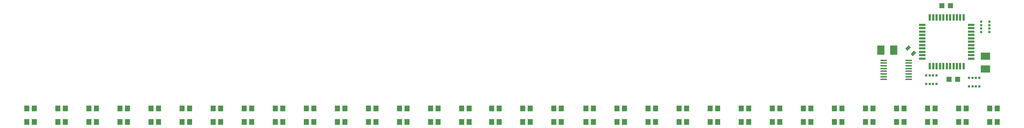
<source format=gtp>
G75*
G70*
%OFA0B0*%
%FSLAX24Y24*%
%IPPOS*%
%LPD*%
%AMOC8*
5,1,8,0,0,1.08239X$1,22.5*
%
%ADD10R,0.0900X0.0700*%
%ADD11R,0.0700X0.0900*%
%ADD12R,0.0220X0.0236*%
%ADD13R,0.0236X0.0220*%
%ADD14R,0.0472X0.0512*%
%ADD15R,0.0472X0.0551*%
%ADD16R,0.0591X0.0197*%
%ADD17R,0.0197X0.0591*%
%ADD18R,0.0630X0.0157*%
%ADD19R,0.0315X0.0472*%
D10*
X090945Y009286D03*
X090945Y010486D03*
D11*
X082385Y011066D03*
X081185Y011066D03*
D12*
X085413Y008681D03*
X085728Y008681D03*
X086043Y008681D03*
X086358Y008681D03*
X089413Y008461D03*
X089728Y008461D03*
X090043Y008461D03*
X090358Y008461D03*
X090358Y007671D03*
X090043Y007671D03*
X089728Y007671D03*
X089413Y007671D03*
X086358Y007891D03*
X086043Y007891D03*
X085728Y007891D03*
X085413Y007891D03*
D13*
X090530Y012764D03*
X090530Y013079D03*
X091320Y013079D03*
X091320Y012764D03*
X091320Y013394D03*
X091320Y013709D03*
X090530Y013709D03*
X090530Y013394D03*
D14*
X087685Y015206D03*
X086885Y015206D03*
X087535Y008336D03*
X088335Y008336D03*
D15*
X001451Y004317D03*
X002140Y004317D03*
X004351Y004317D03*
X005040Y004317D03*
X007251Y004317D03*
X007940Y004317D03*
X010151Y004317D03*
X010840Y004317D03*
X013051Y004317D03*
X013740Y004317D03*
X015951Y004317D03*
X016640Y004317D03*
X018851Y004317D03*
X019540Y004317D03*
X021751Y004317D03*
X022440Y004317D03*
X024651Y004317D03*
X025340Y004317D03*
X027551Y004317D03*
X028240Y004317D03*
X030451Y004317D03*
X031140Y004317D03*
X033351Y004317D03*
X034040Y004317D03*
X036251Y004317D03*
X036940Y004317D03*
X039151Y004317D03*
X039840Y004317D03*
X042051Y004317D03*
X042740Y004317D03*
X044851Y004317D03*
X045540Y004317D03*
X047751Y004317D03*
X048440Y004317D03*
X050651Y004317D03*
X051340Y004317D03*
X053651Y004317D03*
X054340Y004317D03*
X056551Y004317D03*
X057240Y004317D03*
X059451Y004317D03*
X060140Y004317D03*
X062351Y004317D03*
X063040Y004317D03*
X065251Y004317D03*
X065940Y004317D03*
X068151Y004317D03*
X068840Y004317D03*
X071051Y004327D03*
X071740Y004327D03*
X073951Y004317D03*
X074640Y004317D03*
X076851Y004317D03*
X077540Y004317D03*
X079751Y004317D03*
X080440Y004317D03*
X082651Y004317D03*
X083340Y004317D03*
X085551Y004317D03*
X086240Y004317D03*
X088451Y004317D03*
X089140Y004317D03*
X091351Y004317D03*
X092040Y004317D03*
X092040Y005576D03*
X091351Y005576D03*
X089140Y005576D03*
X088451Y005576D03*
X086240Y005576D03*
X085551Y005576D03*
X083340Y005576D03*
X082651Y005576D03*
X080440Y005576D03*
X079751Y005576D03*
X077540Y005576D03*
X076851Y005576D03*
X074640Y005576D03*
X073951Y005576D03*
X071740Y005586D03*
X071051Y005586D03*
X068840Y005576D03*
X068151Y005576D03*
X065940Y005576D03*
X065251Y005576D03*
X063040Y005576D03*
X062351Y005576D03*
X060140Y005576D03*
X059451Y005576D03*
X057240Y005576D03*
X056551Y005576D03*
X054340Y005576D03*
X053651Y005576D03*
X051340Y005576D03*
X050651Y005576D03*
X048440Y005576D03*
X047751Y005576D03*
X045540Y005576D03*
X044851Y005576D03*
X042740Y005576D03*
X042051Y005576D03*
X039840Y005576D03*
X039151Y005576D03*
X036940Y005576D03*
X036251Y005576D03*
X034040Y005576D03*
X033351Y005576D03*
X031140Y005576D03*
X030451Y005576D03*
X028240Y005576D03*
X027551Y005576D03*
X025340Y005576D03*
X024651Y005576D03*
X022440Y005576D03*
X021751Y005576D03*
X019540Y005576D03*
X018851Y005576D03*
X016640Y005576D03*
X015951Y005576D03*
X013740Y005576D03*
X013051Y005576D03*
X010840Y005576D03*
X010151Y005576D03*
X007940Y005576D03*
X007251Y005576D03*
X005040Y005576D03*
X004351Y005576D03*
X002140Y005576D03*
X001451Y005576D03*
D16*
X085042Y010272D03*
X085042Y010587D03*
X085042Y010902D03*
X085042Y011217D03*
X085042Y011531D03*
X085042Y011846D03*
X085042Y012161D03*
X085042Y012476D03*
X085042Y012791D03*
X085042Y013106D03*
X085042Y013421D03*
X089609Y013421D03*
X089609Y013106D03*
X089609Y012791D03*
X089609Y012476D03*
X089609Y012161D03*
X089609Y011846D03*
X089609Y011531D03*
X089609Y011217D03*
X089609Y010902D03*
X089609Y010587D03*
X089609Y010272D03*
D17*
X088900Y009563D03*
X088585Y009563D03*
X088270Y009563D03*
X087955Y009563D03*
X087640Y009563D03*
X087325Y009563D03*
X087010Y009563D03*
X086695Y009563D03*
X086380Y009563D03*
X086065Y009563D03*
X085750Y009563D03*
X085750Y014130D03*
X086065Y014130D03*
X086380Y014130D03*
X086695Y014130D03*
X087010Y014130D03*
X087325Y014130D03*
X087640Y014130D03*
X087955Y014130D03*
X088270Y014130D03*
X088585Y014130D03*
X088900Y014130D03*
D18*
X083767Y010102D03*
X083767Y009846D03*
X083767Y009590D03*
X083767Y009334D03*
X083767Y009078D03*
X083767Y008822D03*
X083767Y008566D03*
X083767Y008310D03*
X081444Y008310D03*
X081444Y008566D03*
X081444Y008822D03*
X081444Y009078D03*
X081444Y009334D03*
X081444Y009590D03*
X081444Y009846D03*
X081444Y010102D03*
D19*
G36*
X084156Y010482D02*
X083934Y010704D01*
X084266Y011036D01*
X084488Y010814D01*
X084156Y010482D01*
G37*
G36*
X083655Y010983D02*
X083433Y011205D01*
X083765Y011537D01*
X083987Y011315D01*
X083655Y010983D01*
G37*
M02*

</source>
